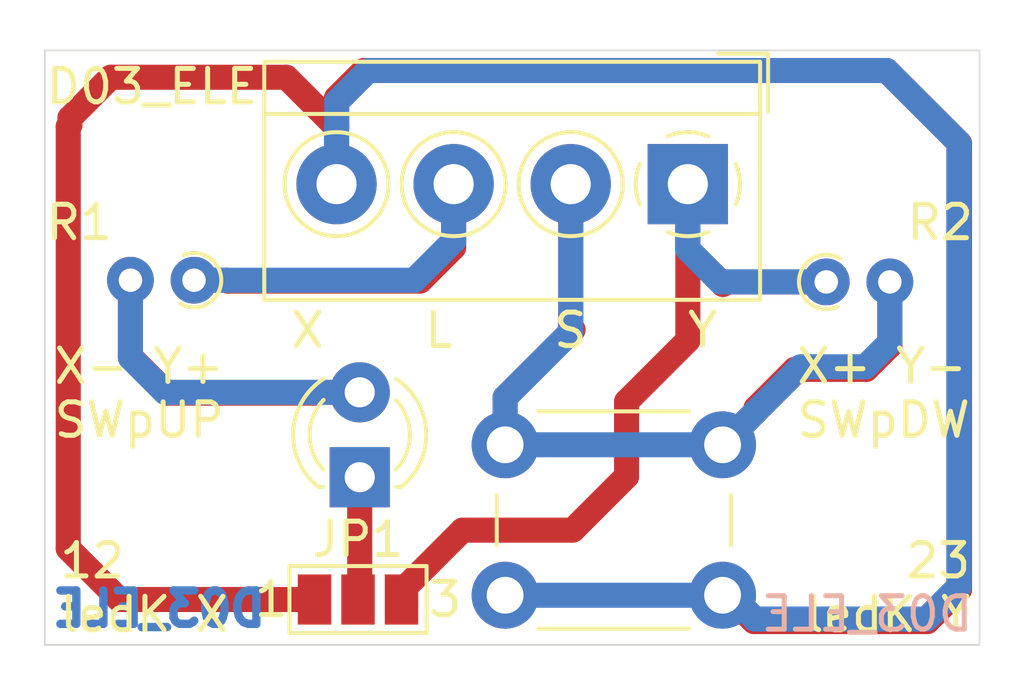
<source format=kicad_pcb>
(kicad_pcb (version 20171130) (host pcbnew 5.1.5-52549c5~86~ubuntu18.04.1)

  (general
    (thickness 1.6)
    (drawings 12)
    (tracks 80)
    (zones 0)
    (modules 10)
    (nets 7)
  )

  (page A4)
  (title_block
    (title "D03 ELECTRONIC")
    (company Galopago)
  )

  (layers
    (0 F.Cu signal)
    (31 B.Cu signal)
    (32 B.Adhes user)
    (33 F.Adhes user)
    (34 B.Paste user)
    (35 F.Paste user)
    (36 B.SilkS user)
    (37 F.SilkS user)
    (38 B.Mask user)
    (39 F.Mask user)
    (40 Dwgs.User user)
    (41 Cmts.User user)
    (42 Eco1.User user)
    (43 Eco2.User user)
    (44 Edge.Cuts user)
    (45 Margin user)
    (46 B.CrtYd user)
    (47 F.CrtYd user)
    (48 B.Fab user)
    (49 F.Fab user)
  )

  (setup
    (last_trace_width 0.75)
    (trace_clearance 0.2)
    (zone_clearance 0.508)
    (zone_45_only no)
    (trace_min 0.2)
    (via_size 0.8)
    (via_drill 0.4)
    (via_min_size 0.4)
    (via_min_drill 0.3)
    (uvia_size 0.3)
    (uvia_drill 0.1)
    (uvias_allowed no)
    (uvia_min_size 0.2)
    (uvia_min_drill 0.1)
    (edge_width 0.05)
    (segment_width 0.2)
    (pcb_text_width 0.3)
    (pcb_text_size 1.5 1.5)
    (mod_edge_width 0.12)
    (mod_text_size 1 1)
    (mod_text_width 0.15)
    (pad_size 3 3)
    (pad_drill 3)
    (pad_to_mask_clearance 0.051)
    (solder_mask_min_width 0.25)
    (aux_axis_origin 0 0)
    (visible_elements FFFFFF7F)
    (pcbplotparams
      (layerselection 0x010f0_ffffffff)
      (usegerberextensions false)
      (usegerberattributes false)
      (usegerberadvancedattributes false)
      (creategerberjobfile false)
      (excludeedgelayer true)
      (linewidth 0.100000)
      (plotframeref false)
      (viasonmask false)
      (mode 1)
      (useauxorigin false)
      (hpglpennumber 1)
      (hpglpenspeed 20)
      (hpglpendiameter 15.000000)
      (psnegative false)
      (psa4output false)
      (plotreference true)
      (plotvalue true)
      (plotinvisibletext false)
      (padsonsilk false)
      (subtractmaskfromsilk false)
      (outputformat 1)
      (mirror false)
      (drillshape 0)
      (scaleselection 1)
      (outputdirectory "gerber/single/"))
  )

  (net 0 "")
  (net 1 "Net-(J4-Pad4)")
  (net 2 "Net-(J4-Pad3)")
  (net 3 "Net-(J4-Pad2)")
  (net 4 "Net-(J4-Pad1)")
  (net 5 "Net-(D1-Pad2)")
  (net 6 "Net-(D1-Pad1)")

  (net_class Default "This is the default net class."
    (clearance 0.2)
    (trace_width 0.75)
    (via_dia 0.8)
    (via_drill 0.4)
    (uvia_dia 0.3)
    (uvia_drill 0.1)
    (add_net "Net-(D1-Pad1)")
    (add_net "Net-(D1-Pad2)")
    (add_net "Net-(J4-Pad1)")
    (add_net "Net-(J4-Pad2)")
    (add_net "Net-(J4-Pad3)")
    (add_net "Net-(J4-Pad4)")
  )

  (module Resistor_THT:R_Axial_DIN0204_L3.6mm_D1.6mm_P1.90mm_Vertical (layer F.Cu) (tedit 5AE5139B) (tstamp 5F6F05D3)
    (at 24.4602 26.8732 180)
    (descr "Resistor, Axial_DIN0204 series, Axial, Vertical, pin pitch=1.9mm, 0.167W, length*diameter=3.6*1.6mm^2, http://cdn-reichelt.de/documents/datenblatt/B400/1_4W%23YAG.pdf")
    (tags "Resistor Axial_DIN0204 series Axial Vertical pin pitch 1.9mm 0.167W length 3.6mm diameter 1.6mm")
    (path /5F748018)
    (fp_text reference R1 (at 3.429 1.7272) (layer F.SilkS)
      (effects (font (size 1 1) (thickness 0.15)))
    )
    (fp_text value R (at 0.95 1.92) (layer F.Fab)
      (effects (font (size 1 1) (thickness 0.15)))
    )
    (fp_text user %R (at 0.95 -1.92) (layer F.Fab)
      (effects (font (size 1 1) (thickness 0.15)))
    )
    (fp_line (start 2.86 -1.05) (end -1.05 -1.05) (layer F.CrtYd) (width 0.05))
    (fp_line (start 2.86 1.05) (end 2.86 -1.05) (layer F.CrtYd) (width 0.05))
    (fp_line (start -1.05 1.05) (end 2.86 1.05) (layer F.CrtYd) (width 0.05))
    (fp_line (start -1.05 -1.05) (end -1.05 1.05) (layer F.CrtYd) (width 0.05))
    (fp_line (start 0 0) (end 1.9 0) (layer F.Fab) (width 0.1))
    (fp_circle (center 0 0) (end 0.8 0) (layer F.Fab) (width 0.1))
    (fp_arc (start 0 0) (end 0.417133 -0.7) (angle -233.92106) (layer F.SilkS) (width 0.12))
    (pad 2 thru_hole oval (at 1.9 0 180) (size 1.4 1.4) (drill 0.7) (layers *.Cu *.Mask)
      (net 5 "Net-(D1-Pad2)"))
    (pad 1 thru_hole circle (at 0 0 180) (size 1.4 1.4) (drill 0.7) (layers *.Cu *.Mask)
      (net 2 "Net-(J4-Pad3)"))
    (model ${KISYS3DMOD}/Resistor_THT.3dshapes/R_Axial_DIN0204_L3.6mm_D1.6mm_P1.90mm_Vertical.wrl
      (at (xyz 0 0 0))
      (scale (xyz 1 1 1))
      (rotate (xyz 0 0 0))
    )
  )

  (module Resistor_THT:R_Axial_DIN0204_L3.6mm_D1.6mm_P1.90mm_Vertical (layer F.Cu) (tedit 5AE5139B) (tstamp 5F6F017D)
    (at 43.3578 26.924)
    (descr "Resistor, Axial_DIN0204 series, Axial, Vertical, pin pitch=1.9mm, 0.167W, length*diameter=3.6*1.6mm^2, http://cdn-reichelt.de/documents/datenblatt/B400/1_4W%23YAG.pdf")
    (tags "Resistor Axial_DIN0204 series Axial Vertical pin pitch 1.9mm 0.167W length 3.6mm diameter 1.6mm")
    (path /5F742AE3)
    (fp_text reference R2 (at 3.4036 -1.778) (layer F.SilkS)
      (effects (font (size 1 1) (thickness 0.15)))
    )
    (fp_text value R (at 0.95 1.92) (layer F.Fab)
      (effects (font (size 1 1) (thickness 0.15)))
    )
    (fp_text user %R (at 0.95 -1.92) (layer F.Fab)
      (effects (font (size 1 1) (thickness 0.15)))
    )
    (fp_line (start 2.86 -1.05) (end -1.05 -1.05) (layer F.CrtYd) (width 0.05))
    (fp_line (start 2.86 1.05) (end 2.86 -1.05) (layer F.CrtYd) (width 0.05))
    (fp_line (start -1.05 1.05) (end 2.86 1.05) (layer F.CrtYd) (width 0.05))
    (fp_line (start -1.05 -1.05) (end -1.05 1.05) (layer F.CrtYd) (width 0.05))
    (fp_line (start 0 0) (end 1.9 0) (layer F.Fab) (width 0.1))
    (fp_circle (center 0 0) (end 0.8 0) (layer F.Fab) (width 0.1))
    (fp_arc (start 0 0) (end 0.417133 -0.7) (angle -233.92106) (layer F.SilkS) (width 0.12))
    (pad 2 thru_hole oval (at 1.9 0) (size 1.4 1.4) (drill 0.7) (layers *.Cu *.Mask)
      (net 3 "Net-(J4-Pad2)"))
    (pad 1 thru_hole circle (at 0 0) (size 1.4 1.4) (drill 0.7) (layers *.Cu *.Mask)
      (net 4 "Net-(J4-Pad1)"))
    (model ${KISYS3DMOD}/Resistor_THT.3dshapes/R_Axial_DIN0204_L3.6mm_D1.6mm_P1.90mm_Vertical.wrl
      (at (xyz 0 0 0))
      (scale (xyz 1 1 1))
      (rotate (xyz 0 0 0))
    )
  )

  (module Jumper:SolderJumper-3_P1.3mm_Open_Pad1.0x1.5mm_NumberLabels (layer F.Cu) (tedit 5A3F6CCC) (tstamp 5F6EF869)
    (at 29.3624 36.4236)
    (descr "SMD Solder Jumper, 1x1.5mm Pads, 0.3mm gap, open, labeled with numbers")
    (tags "solder jumper open")
    (path /5F7528CF)
    (attr virtual)
    (fp_text reference JP1 (at 0 -1.8) (layer F.SilkS)
      (effects (font (size 1 1) (thickness 0.15)))
    )
    (fp_text value SolderJumper_3_Open (at 0 1.9) (layer F.Fab)
      (effects (font (size 1 1) (thickness 0.15)))
    )
    (fp_line (start 2.3 1.25) (end -2.3 1.25) (layer F.CrtYd) (width 0.05))
    (fp_line (start 2.3 1.25) (end 2.3 -1.25) (layer F.CrtYd) (width 0.05))
    (fp_line (start -2.3 -1.25) (end -2.3 1.25) (layer F.CrtYd) (width 0.05))
    (fp_line (start -2.3 -1.25) (end 2.3 -1.25) (layer F.CrtYd) (width 0.05))
    (fp_line (start -2.05 -1) (end 2.05 -1) (layer F.SilkS) (width 0.12))
    (fp_line (start 2.05 -1) (end 2.05 1) (layer F.SilkS) (width 0.12))
    (fp_line (start 2.05 1) (end -2.05 1) (layer F.SilkS) (width 0.12))
    (fp_line (start -2.05 1) (end -2.05 -1) (layer F.SilkS) (width 0.12))
    (fp_text user 1 (at -2.6 0) (layer F.SilkS)
      (effects (font (size 1 1) (thickness 0.15)))
    )
    (fp_text user 3 (at 2.6 0) (layer F.SilkS)
      (effects (font (size 1 1) (thickness 0.15)))
    )
    (pad 1 smd rect (at -1.3 0) (size 1 1.5) (layers F.Cu F.Mask)
      (net 1 "Net-(J4-Pad4)"))
    (pad 2 smd rect (at 0 0) (size 1 1.5) (layers F.Cu F.Mask)
      (net 6 "Net-(D1-Pad1)"))
    (pad 3 smd rect (at 1.3 0) (size 1 1.5) (layers F.Cu F.Mask)
      (net 4 "Net-(J4-Pad1)"))
  )

  (module LED_THT:LED_D3.0mm (layer F.Cu) (tedit 587A3A7B) (tstamp 5F6EE73F)
    (at 29.4132 32.766 90)
    (descr "LED, diameter 3.0mm, 2 pins")
    (tags "LED diameter 3.0mm 2 pins")
    (path /5F746E63)
    (fp_text reference D1 (at 1.27 -2.96 90) (layer F.SilkS) hide
      (effects (font (size 1 1) (thickness 0.15)))
    )
    (fp_text value LED (at 1.27 2.96 90) (layer F.Fab)
      (effects (font (size 1 1) (thickness 0.15)))
    )
    (fp_line (start 3.7 -2.25) (end -1.15 -2.25) (layer F.CrtYd) (width 0.05))
    (fp_line (start 3.7 2.25) (end 3.7 -2.25) (layer F.CrtYd) (width 0.05))
    (fp_line (start -1.15 2.25) (end 3.7 2.25) (layer F.CrtYd) (width 0.05))
    (fp_line (start -1.15 -2.25) (end -1.15 2.25) (layer F.CrtYd) (width 0.05))
    (fp_line (start -0.29 1.08) (end -0.29 1.236) (layer F.SilkS) (width 0.12))
    (fp_line (start -0.29 -1.236) (end -0.29 -1.08) (layer F.SilkS) (width 0.12))
    (fp_line (start -0.23 -1.16619) (end -0.23 1.16619) (layer F.Fab) (width 0.1))
    (fp_circle (center 1.27 0) (end 2.77 0) (layer F.Fab) (width 0.1))
    (fp_arc (start 1.27 0) (end 0.229039 1.08) (angle -87.9) (layer F.SilkS) (width 0.12))
    (fp_arc (start 1.27 0) (end 0.229039 -1.08) (angle 87.9) (layer F.SilkS) (width 0.12))
    (fp_arc (start 1.27 0) (end -0.29 1.235516) (angle -108.8) (layer F.SilkS) (width 0.12))
    (fp_arc (start 1.27 0) (end -0.29 -1.235516) (angle 108.8) (layer F.SilkS) (width 0.12))
    (fp_arc (start 1.27 0) (end -0.23 -1.16619) (angle 284.3) (layer F.Fab) (width 0.1))
    (pad 2 thru_hole circle (at 2.54 0 90) (size 1.8 1.8) (drill 0.9) (layers *.Cu *.Mask)
      (net 5 "Net-(D1-Pad2)"))
    (pad 1 thru_hole rect (at 0 0 90) (size 1.8 1.8) (drill 0.9) (layers *.Cu *.Mask)
      (net 6 "Net-(D1-Pad1)"))
    (model ${KISYS3DMOD}/LED_THT.3dshapes/LED_D3.0mm.wrl
      (at (xyz 0 0 0))
      (scale (xyz 1 1 1))
      (rotate (xyz 0 0 0))
    )
  )

  (module TerminalBlock_4Ucon:TerminalBlock_4Ucon_1x04_P3.50mm_Horizontal (layer F.Cu) (tedit 5B294E91) (tstamp 5F6EC19B)
    (at 39.22 24 180)
    (descr "Terminal Block 4Ucon ItemNo. 20001, 4 pins, pitch 3.5mm, size 14.7x7mm^2, drill diamater 1.2mm, pad diameter 2.4mm, see http://www.4uconnector.com/online/object/4udrawing/20001.pdf, script-generated using https://github.com/pointhi/kicad-footprint-generator/scripts/TerminalBlock_4Ucon")
    (tags "THT Terminal Block 4Ucon ItemNo. 20001 pitch 3.5mm size 14.7x7mm^2 drill 1.2mm pad 2.4mm")
    (path /5F707F72)
    (fp_text reference J4 (at 5.25 -4.46) (layer F.SilkS) hide
      (effects (font (size 1 1) (thickness 0.15)))
    )
    (fp_text value Conn_01x04_Female (at 5.25 4.66) (layer F.Fab)
      (effects (font (size 1 1) (thickness 0.15)))
    )
    (fp_text user %R (at 5.25 2.9) (layer F.Fab)
      (effects (font (size 1 1) (thickness 0.15)))
    )
    (fp_line (start 13.1 -3.9) (end -2.6 -3.9) (layer F.CrtYd) (width 0.05))
    (fp_line (start 13.1 4.1) (end 13.1 -3.9) (layer F.CrtYd) (width 0.05))
    (fp_line (start -2.6 4.1) (end 13.1 4.1) (layer F.CrtYd) (width 0.05))
    (fp_line (start -2.6 -3.9) (end -2.6 4.1) (layer F.CrtYd) (width 0.05))
    (fp_line (start -2.4 3.9) (end -0.9 3.9) (layer F.SilkS) (width 0.12))
    (fp_line (start -2.4 2.16) (end -2.4 3.9) (layer F.SilkS) (width 0.12))
    (fp_line (start 9.4 0.069) (end 9.4 -0.069) (layer F.Fab) (width 0.1))
    (fp_line (start 10.431 0.069) (end 9.4 0.069) (layer F.Fab) (width 0.1))
    (fp_line (start 10.431 1.1) (end 10.431 0.069) (layer F.Fab) (width 0.1))
    (fp_line (start 10.569 1.1) (end 10.431 1.1) (layer F.Fab) (width 0.1))
    (fp_line (start 10.569 0.069) (end 10.569 1.1) (layer F.Fab) (width 0.1))
    (fp_line (start 11.6 0.069) (end 10.569 0.069) (layer F.Fab) (width 0.1))
    (fp_line (start 11.6 -0.069) (end 11.6 0.069) (layer F.Fab) (width 0.1))
    (fp_line (start 10.569 -0.069) (end 11.6 -0.069) (layer F.Fab) (width 0.1))
    (fp_line (start 10.569 -1.1) (end 10.569 -0.069) (layer F.Fab) (width 0.1))
    (fp_line (start 10.431 -1.1) (end 10.569 -1.1) (layer F.Fab) (width 0.1))
    (fp_line (start 10.431 -0.069) (end 10.431 -1.1) (layer F.Fab) (width 0.1))
    (fp_line (start 9.4 -0.069) (end 10.431 -0.069) (layer F.Fab) (width 0.1))
    (fp_line (start 5.9 0.069) (end 5.9 -0.069) (layer F.Fab) (width 0.1))
    (fp_line (start 6.931 0.069) (end 5.9 0.069) (layer F.Fab) (width 0.1))
    (fp_line (start 6.931 1.1) (end 6.931 0.069) (layer F.Fab) (width 0.1))
    (fp_line (start 7.069 1.1) (end 6.931 1.1) (layer F.Fab) (width 0.1))
    (fp_line (start 7.069 0.069) (end 7.069 1.1) (layer F.Fab) (width 0.1))
    (fp_line (start 8.1 0.069) (end 7.069 0.069) (layer F.Fab) (width 0.1))
    (fp_line (start 8.1 -0.069) (end 8.1 0.069) (layer F.Fab) (width 0.1))
    (fp_line (start 7.069 -0.069) (end 8.1 -0.069) (layer F.Fab) (width 0.1))
    (fp_line (start 7.069 -1.1) (end 7.069 -0.069) (layer F.Fab) (width 0.1))
    (fp_line (start 6.931 -1.1) (end 7.069 -1.1) (layer F.Fab) (width 0.1))
    (fp_line (start 6.931 -0.069) (end 6.931 -1.1) (layer F.Fab) (width 0.1))
    (fp_line (start 5.9 -0.069) (end 6.931 -0.069) (layer F.Fab) (width 0.1))
    (fp_line (start 2.4 0.069) (end 2.4 -0.069) (layer F.Fab) (width 0.1))
    (fp_line (start 3.431 0.069) (end 2.4 0.069) (layer F.Fab) (width 0.1))
    (fp_line (start 3.431 1.1) (end 3.431 0.069) (layer F.Fab) (width 0.1))
    (fp_line (start 3.569 1.1) (end 3.431 1.1) (layer F.Fab) (width 0.1))
    (fp_line (start 3.569 0.069) (end 3.569 1.1) (layer F.Fab) (width 0.1))
    (fp_line (start 4.6 0.069) (end 3.569 0.069) (layer F.Fab) (width 0.1))
    (fp_line (start 4.6 -0.069) (end 4.6 0.069) (layer F.Fab) (width 0.1))
    (fp_line (start 3.569 -0.069) (end 4.6 -0.069) (layer F.Fab) (width 0.1))
    (fp_line (start 3.569 -1.1) (end 3.569 -0.069) (layer F.Fab) (width 0.1))
    (fp_line (start 3.431 -1.1) (end 3.569 -1.1) (layer F.Fab) (width 0.1))
    (fp_line (start 3.431 -0.069) (end 3.431 -1.1) (layer F.Fab) (width 0.1))
    (fp_line (start 2.4 -0.069) (end 3.431 -0.069) (layer F.Fab) (width 0.1))
    (fp_line (start -1.1 0.069) (end -1.1 -0.069) (layer F.Fab) (width 0.1))
    (fp_line (start -0.069 0.069) (end -1.1 0.069) (layer F.Fab) (width 0.1))
    (fp_line (start -0.069 1.1) (end -0.069 0.069) (layer F.Fab) (width 0.1))
    (fp_line (start 0.069 1.1) (end -0.069 1.1) (layer F.Fab) (width 0.1))
    (fp_line (start 0.069 0.069) (end 0.069 1.1) (layer F.Fab) (width 0.1))
    (fp_line (start 1.1 0.069) (end 0.069 0.069) (layer F.Fab) (width 0.1))
    (fp_line (start 1.1 -0.069) (end 1.1 0.069) (layer F.Fab) (width 0.1))
    (fp_line (start 0.069 -0.069) (end 1.1 -0.069) (layer F.Fab) (width 0.1))
    (fp_line (start 0.069 -1.1) (end 0.069 -0.069) (layer F.Fab) (width 0.1))
    (fp_line (start -0.069 -1.1) (end 0.069 -1.1) (layer F.Fab) (width 0.1))
    (fp_line (start -0.069 -0.069) (end -0.069 -1.1) (layer F.Fab) (width 0.1))
    (fp_line (start -1.1 -0.069) (end -0.069 -0.069) (layer F.Fab) (width 0.1))
    (fp_line (start 12.66 -3.46) (end 12.66 3.66) (layer F.SilkS) (width 0.12))
    (fp_line (start -2.16 -3.46) (end -2.16 3.66) (layer F.SilkS) (width 0.12))
    (fp_line (start -2.16 3.66) (end 12.66 3.66) (layer F.SilkS) (width 0.12))
    (fp_line (start -2.16 -3.46) (end 12.66 -3.46) (layer F.SilkS) (width 0.12))
    (fp_line (start -2.16 2.1) (end 12.66 2.1) (layer F.SilkS) (width 0.12))
    (fp_line (start -2.1 2.1) (end 12.6 2.1) (layer F.Fab) (width 0.1))
    (fp_line (start -2.1 2.1) (end -2.1 -3.4) (layer F.Fab) (width 0.1))
    (fp_line (start -0.6 3.6) (end -2.1 2.1) (layer F.Fab) (width 0.1))
    (fp_line (start 12.6 3.6) (end -0.6 3.6) (layer F.Fab) (width 0.1))
    (fp_line (start 12.6 -3.4) (end 12.6 3.6) (layer F.Fab) (width 0.1))
    (fp_line (start -2.1 -3.4) (end 12.6 -3.4) (layer F.Fab) (width 0.1))
    (fp_circle (center 10.5 0) (end 12.055 0) (layer F.SilkS) (width 0.12))
    (fp_circle (center 10.5 0) (end 11.875 0) (layer F.Fab) (width 0.1))
    (fp_circle (center 7 0) (end 8.555 0) (layer F.SilkS) (width 0.12))
    (fp_circle (center 7 0) (end 8.375 0) (layer F.Fab) (width 0.1))
    (fp_circle (center 3.5 0) (end 5.055 0) (layer F.SilkS) (width 0.12))
    (fp_circle (center 3.5 0) (end 4.875 0) (layer F.Fab) (width 0.1))
    (fp_circle (center 0 0) (end 1.375 0) (layer F.Fab) (width 0.1))
    (fp_arc (start 0 0) (end -0.608 1.432) (angle -24) (layer F.SilkS) (width 0.12))
    (fp_arc (start 0 0) (end -1.432 -0.608) (angle -46) (layer F.SilkS) (width 0.12))
    (fp_arc (start 0 0) (end 0.608 -1.432) (angle -46) (layer F.SilkS) (width 0.12))
    (fp_arc (start 0 0) (end 1.432 0.608) (angle -46) (layer F.SilkS) (width 0.12))
    (fp_arc (start 0 0) (end 0 1.555) (angle -23) (layer F.SilkS) (width 0.12))
    (pad 4 thru_hole circle (at 10.5 0 180) (size 2.4 2.4) (drill 1.2) (layers *.Cu *.Mask)
      (net 1 "Net-(J4-Pad4)"))
    (pad 3 thru_hole circle (at 7 0 180) (size 2.4 2.4) (drill 1.2) (layers *.Cu *.Mask)
      (net 2 "Net-(J4-Pad3)"))
    (pad 2 thru_hole circle (at 3.5 0 180) (size 2.4 2.4) (drill 1.2) (layers *.Cu *.Mask)
      (net 3 "Net-(J4-Pad2)"))
    (pad 1 thru_hole rect (at 0 0 180) (size 2.4 2.4) (drill 1.2) (layers *.Cu *.Mask)
      (net 4 "Net-(J4-Pad1)"))
    (model ${KISYS3DMOD}/TerminalBlock_4Ucon.3dshapes/TerminalBlock_4Ucon_1x04_P3.50mm_Horizontal.wrl
      (at (xyz 0 0 0))
      (scale (xyz 1 1 1))
      (rotate (xyz 0 0 0))
    )
  )

  (module Button_Switch_THT:SW_PUSH_6mm (layer F.Cu) (tedit 5A02FE31) (tstamp 5F6EA6FD)
    (at 40.259 36.2966 180)
    (descr https://www.omron.com/ecb/products/pdf/en-b3f.pdf)
    (tags "tact sw push 6mm")
    (path /5F6E5D41)
    (fp_text reference SW1 (at 3.25 -2) (layer F.SilkS) hide
      (effects (font (size 1 1) (thickness 0.15)))
    )
    (fp_text value SW_Push (at 3.75 6.7) (layer F.Fab)
      (effects (font (size 1 1) (thickness 0.15)))
    )
    (fp_circle (center 3.25 2.25) (end 1.25 2.5) (layer F.Fab) (width 0.1))
    (fp_line (start 6.75 3) (end 6.75 1.5) (layer F.SilkS) (width 0.12))
    (fp_line (start 5.5 -1) (end 1 -1) (layer F.SilkS) (width 0.12))
    (fp_line (start -0.25 1.5) (end -0.25 3) (layer F.SilkS) (width 0.12))
    (fp_line (start 1 5.5) (end 5.5 5.5) (layer F.SilkS) (width 0.12))
    (fp_line (start 8 -1.25) (end 8 5.75) (layer F.CrtYd) (width 0.05))
    (fp_line (start 7.75 6) (end -1.25 6) (layer F.CrtYd) (width 0.05))
    (fp_line (start -1.5 5.75) (end -1.5 -1.25) (layer F.CrtYd) (width 0.05))
    (fp_line (start -1.25 -1.5) (end 7.75 -1.5) (layer F.CrtYd) (width 0.05))
    (fp_line (start -1.5 6) (end -1.25 6) (layer F.CrtYd) (width 0.05))
    (fp_line (start -1.5 5.75) (end -1.5 6) (layer F.CrtYd) (width 0.05))
    (fp_line (start -1.5 -1.5) (end -1.25 -1.5) (layer F.CrtYd) (width 0.05))
    (fp_line (start -1.5 -1.25) (end -1.5 -1.5) (layer F.CrtYd) (width 0.05))
    (fp_line (start 8 -1.5) (end 8 -1.25) (layer F.CrtYd) (width 0.05))
    (fp_line (start 7.75 -1.5) (end 8 -1.5) (layer F.CrtYd) (width 0.05))
    (fp_line (start 8 6) (end 8 5.75) (layer F.CrtYd) (width 0.05))
    (fp_line (start 7.75 6) (end 8 6) (layer F.CrtYd) (width 0.05))
    (fp_line (start 0.25 -0.75) (end 3.25 -0.75) (layer F.Fab) (width 0.1))
    (fp_line (start 0.25 5.25) (end 0.25 -0.75) (layer F.Fab) (width 0.1))
    (fp_line (start 6.25 5.25) (end 0.25 5.25) (layer F.Fab) (width 0.1))
    (fp_line (start 6.25 -0.75) (end 6.25 5.25) (layer F.Fab) (width 0.1))
    (fp_line (start 3.25 -0.75) (end 6.25 -0.75) (layer F.Fab) (width 0.1))
    (fp_text user %R (at 3.25 2.25) (layer F.Fab)
      (effects (font (size 1 1) (thickness 0.15)))
    )
    (pad 1 thru_hole circle (at 6.5 0 270) (size 2 2) (drill 1.1) (layers *.Cu *.Mask)
      (net 1 "Net-(J4-Pad4)"))
    (pad 2 thru_hole circle (at 6.5 4.5 270) (size 2 2) (drill 1.1) (layers *.Cu *.Mask)
      (net 3 "Net-(J4-Pad2)"))
    (pad 1 thru_hole circle (at 0 0 270) (size 2 2) (drill 1.1) (layers *.Cu *.Mask)
      (net 1 "Net-(J4-Pad4)"))
    (pad 2 thru_hole circle (at 0 4.5 270) (size 2 2) (drill 1.1) (layers *.Cu *.Mask)
      (net 3 "Net-(J4-Pad2)"))
    (model ${KISYS3DMOD}/Button_Switch_THT.3dshapes/SW_PUSH_6mm.wrl
      (at (xyz 0 0 0))
      (scale (xyz 1 1 1))
      (rotate (xyz 0 0 0))
    )
  )

  (module MountingHole:MountingHole_3mm (layer F.Cu) (tedit 56D1B4CB) (tstamp 5F35EB39)
    (at 44.13 33.97)
    (descr "Mounting Hole 3mm, no annular")
    (tags "mounting hole 3mm no annular")
    (path /5F32D584)
    (attr virtual)
    (fp_text reference HB2 (at 0 -4) (layer F.SilkS) hide
      (effects (font (size 1 1) (thickness 0.15)))
    )
    (fp_text value MountingHole (at 0 4) (layer F.Fab)
      (effects (font (size 1 1) (thickness 0.15)))
    )
    (fp_circle (center 0 0) (end 3.25 0) (layer F.CrtYd) (width 0.05))
    (fp_circle (center 0 0) (end 3 0) (layer Cmts.User) (width 0.15))
    (fp_text user %R (at 0.3 0) (layer F.Fab)
      (effects (font (size 1 1) (thickness 0.15)))
    )
    (pad 1 np_thru_hole circle (at 0 0) (size 3 3) (drill 3) (layers *.Cu *.Mask))
  )

  (module MountingHole:MountingHole_3mm (layer F.Cu) (tedit 56D1B4CB) (tstamp 5F35EB29)
    (at 23.81 33.97)
    (descr "Mounting Hole 3mm, no annular")
    (tags "mounting hole 3mm no annular")
    (path /5F3277F5)
    (attr virtual)
    (fp_text reference HB0 (at 0 -4) (layer F.SilkS) hide
      (effects (font (size 1 1) (thickness 0.15)))
    )
    (fp_text value MountingHole (at 0 4) (layer F.Fab)
      (effects (font (size 1 1) (thickness 0.15)))
    )
    (fp_circle (center 0 0) (end 3.25 0) (layer F.CrtYd) (width 0.05))
    (fp_circle (center 0 0) (end 3 0) (layer Cmts.User) (width 0.15))
    (fp_text user %R (at 0.3 0) (layer F.Fab)
      (effects (font (size 1 1) (thickness 0.15)))
    )
    (pad 1 np_thru_hole circle (at 0 0) (size 3 3) (drill 3) (layers *.Cu *.Mask))
  )

  (module MountingHole:MountingHole_3mm (layer F.Cu) (tedit 56D1B4CB) (tstamp 5F35EAB1)
    (at 44.13 23.81)
    (descr "Mounting Hole 3mm, no annular")
    (tags "mounting hole 3mm no annular")
    (path /5F324FC8)
    (attr virtual)
    (fp_text reference HA2 (at 0 -4) (layer F.SilkS) hide
      (effects (font (size 1 1) (thickness 0.15)))
    )
    (fp_text value MountingHole (at 0 4) (layer F.Fab)
      (effects (font (size 1 1) (thickness 0.15)))
    )
    (fp_circle (center 0 0) (end 3.25 0) (layer F.CrtYd) (width 0.05))
    (fp_circle (center 0 0) (end 3 0) (layer Cmts.User) (width 0.15))
    (fp_text user %R (at 0.3 0) (layer F.Fab)
      (effects (font (size 1 1) (thickness 0.15)))
    )
    (pad 1 np_thru_hole circle (at 0 0) (size 3 3) (drill 3) (layers *.Cu *.Mask))
  )

  (module MountingHole:MountingHole_3mm (layer F.Cu) (tedit 56D1B4CB) (tstamp 5F35EAA1)
    (at 23.81 23.81)
    (descr "Mounting Hole 3mm, no annular")
    (tags "mounting hole 3mm no annular")
    (path /5F323A1B)
    (attr virtual)
    (fp_text reference HA0 (at 0 -4) (layer F.SilkS) hide
      (effects (font (size 1 1) (thickness 0.15)))
    )
    (fp_text value MountingHole (at 0 4) (layer F.Fab)
      (effects (font (size 1 1) (thickness 0.15)))
    )
    (fp_circle (center 0 0) (end 3.25 0) (layer F.CrtYd) (width 0.05))
    (fp_circle (center 0 0) (end 3 0) (layer Cmts.User) (width 0.15))
    (fp_text user %R (at 0.3 0) (layer F.Fab)
      (effects (font (size 1 1) (thickness 0.15)))
    )
    (pad 1 np_thru_hole circle (at 0 0) (size 3 3) (drill 3) (layers *.Cu *.Mask))
  )

  (gr_text D03_ELE (at 23.4188 36.703) (layer B.Cu)
    (effects (font (size 1 1) (thickness 0.25)) (justify mirror))
  )
  (gr_text D03_ELE (at 44.577 36.8554) (layer B.SilkS) (tstamp 5F6E7500)
    (effects (font (size 1 1) (thickness 0.15)) (justify mirror))
  )
  (gr_text D03_ELE (at 23.2 21.082) (layer F.SilkS)
    (effects (font (size 1 1) (thickness 0.15)))
  )
  (gr_text "23\nledK Y" (at 47.752 36.068) (layer F.SilkS) (tstamp 5F6E6CA9)
    (effects (font (size 1 1) (thickness 0.15)) (justify right))
  )
  (gr_text "12 \nledK X" (at 20.3708 36.068) (layer F.SilkS) (tstamp 5F6E6C7A)
    (effects (font (size 1 1) (thickness 0.15)) (justify left))
  )
  (gr_text "X+ Y- \nSWpDW" (at 42.4 30.2514) (layer F.SilkS) (tstamp 5F6E6BD7)
    (effects (font (size 1 1) (thickness 0.15)) (justify left))
  )
  (gr_text "X- Y+\nSWpUP\n" (at 20.2 30.2514) (layer F.SilkS) (tstamp 5F6E6B76)
    (effects (font (size 1 1) (thickness 0.15)) (justify left))
  )
  (gr_text "X    L    S    Y" (at 33.7312 28.3718) (layer F.SilkS)
    (effects (font (size 1 1) (thickness 0.15)))
  )
  (gr_line (start 47.94 20) (end 47.94 37.78) (layer Edge.Cuts) (width 0.05))
  (gr_line (start 20 37.78) (end 47.94 37.78) (layer Edge.Cuts) (width 0.05))
  (gr_line (start 20 20) (end 47.94 20) (layer Edge.Cuts) (width 0.05))
  (gr_line (start 20 20) (end 20 37.78) (layer Edge.Cuts) (width 0.05))

  (segment (start 40.259 36.2966) (end 40.4114 36.2966) (width 0.75) (layer F.Cu) (net 1))
  (segment (start 40.4114 36.2966) (end 41.1988 37.084) (width 0.75) (layer F.Cu) (net 1))
  (segment (start 46.3804 37.084) (end 47.33999 36.12441) (width 0.75) (layer F.Cu) (net 1))
  (segment (start 41.1988 37.084) (end 46.3804 37.084) (width 0.75) (layer F.Cu) (net 1))
  (segment (start 47.33999 36.12441) (end 47.33999 22.77819) (width 0.75) (layer F.Cu) (net 1))
  (segment (start 47.33999 22.77819) (end 45.16181 20.60001) (width 0.75) (layer F.Cu) (net 1))
  (segment (start 45.16181 20.60001) (end 29.53959 20.60001) (width 0.75) (layer F.Cu) (net 1))
  (segment (start 28.72 21.4196) (end 28.72 24) (width 0.75) (layer F.Cu) (net 1))
  (segment (start 29.53959 20.60001) (end 28.72 21.4196) (width 0.75) (layer F.Cu) (net 1))
  (segment (start 20.701 34.8996) (end 22.225 36.4236) (width 0.75) (layer F.Cu) (net 1))
  (segment (start 22.225 36.4236) (end 28.0624 36.4236) (width 0.75) (layer F.Cu) (net 1))
  (segment (start 20.701 22.2758) (end 20.701 34.8996) (width 0.75) (layer F.Cu) (net 1))
  (segment (start 28.72 22.302944) (end 27.219656 20.8026) (width 0.75) (layer F.Cu) (net 1))
  (segment (start 28.72 24) (end 28.72 22.302944) (width 0.75) (layer F.Cu) (net 1))
  (segment (start 27.219656 20.8026) (end 21.971 20.8026) (width 0.75) (layer F.Cu) (net 1))
  (segment (start 21.971 20.8026) (end 20.7518 22.0218) (width 0.75) (layer F.Cu) (net 1))
  (segment (start 20.7518 22.0218) (end 20.7518 22.225) (width 0.75) (layer F.Cu) (net 1))
  (segment (start 20.7518 22.225) (end 20.701 22.2758) (width 0.75) (layer F.Cu) (net 1))
  (segment (start 33.759 36.2966) (end 40.259 36.2966) (width 0.75) (layer B.Cu) (net 1))
  (segment (start 28.72 22.302944) (end 28.7274 22.295544) (width 0.75) (layer B.Cu) (net 1))
  (segment (start 28.72 24) (end 28.72 22.302944) (width 0.75) (layer B.Cu) (net 1))
  (segment (start 28.7274 22.295544) (end 28.7274 21.5392) (width 0.75) (layer B.Cu) (net 1))
  (segment (start 28.7274 21.5392) (end 29.66659 20.60001) (width 0.75) (layer B.Cu) (net 1))
  (segment (start 29.66659 20.60001) (end 45.16181 20.60001) (width 0.75) (layer B.Cu) (net 1))
  (segment (start 45.16181 20.60001) (end 47.3202 22.7584) (width 0.75) (layer B.Cu) (net 1))
  (segment (start 47.3202 22.7584) (end 47.3202 36.0426) (width 0.75) (layer B.Cu) (net 1))
  (segment (start 47.3202 36.0426) (end 46.355 37.0078) (width 0.75) (layer B.Cu) (net 1))
  (segment (start 46.355 37.0078) (end 41.2242 37.0078) (width 0.75) (layer B.Cu) (net 1))
  (segment (start 40.513 36.2966) (end 40.259 36.2966) (width 0.75) (layer B.Cu) (net 1))
  (segment (start 41.2242 37.0078) (end 40.513 36.2966) (width 0.75) (layer B.Cu) (net 1))
  (segment (start 25.450149 26.8732) (end 25.475549 26.8986) (width 0.75) (layer F.Cu) (net 2))
  (segment (start 24.4602 26.8732) (end 25.450149 26.8732) (width 0.75) (layer F.Cu) (net 2))
  (segment (start 25.475549 26.8986) (end 31.2166 26.8986) (width 0.75) (layer F.Cu) (net 2))
  (segment (start 32.22 25.8952) (end 32.22 24) (width 0.75) (layer F.Cu) (net 2))
  (segment (start 31.2166 26.8986) (end 32.22 25.8952) (width 0.75) (layer F.Cu) (net 2))
  (segment (start 31.043856 26.8732) (end 24.4602 26.8732) (width 0.75) (layer B.Cu) (net 2))
  (segment (start 32.22 24) (end 32.22 25.697056) (width 0.75) (layer B.Cu) (net 2))
  (segment (start 32.22 25.697056) (end 31.043856 26.8732) (width 0.75) (layer B.Cu) (net 2))
  (segment (start 41.258999 30.796601) (end 41.258999 30.699201) (width 0.75) (layer F.Cu) (net 3))
  (segment (start 40.259 31.7966) (end 41.258999 30.796601) (width 0.75) (layer F.Cu) (net 3))
  (segment (start 41.258999 30.699201) (end 42.418 29.5402) (width 0.75) (layer F.Cu) (net 3))
  (segment (start 42.418 29.5402) (end 44.5516 29.5402) (width 0.75) (layer F.Cu) (net 3))
  (segment (start 45.2578 28.834) (end 45.2578 26.924) (width 0.75) (layer F.Cu) (net 3))
  (segment (start 44.5516 29.5402) (end 45.2578 28.834) (width 0.75) (layer F.Cu) (net 3))
  (segment (start 33.759 30.382387) (end 35.7886 28.352787) (width 0.75) (layer F.Cu) (net 3))
  (segment (start 33.759 31.7966) (end 33.759 30.382387) (width 0.75) (layer F.Cu) (net 3))
  (segment (start 35.72 28.284187) (end 35.72 24) (width 0.75) (layer F.Cu) (net 3))
  (segment (start 35.7886 28.352787) (end 35.72 28.284187) (width 0.75) (layer F.Cu) (net 3))
  (segment (start 33.759 31.7966) (end 40.259 31.7966) (width 0.75) (layer B.Cu) (net 3))
  (segment (start 35.72 28.421387) (end 35.72 24) (width 0.75) (layer B.Cu) (net 3))
  (segment (start 33.759 31.7966) (end 33.759 30.382387) (width 0.75) (layer B.Cu) (net 3))
  (segment (start 33.759 30.382387) (end 35.72 28.421387) (width 0.75) (layer B.Cu) (net 3))
  (segment (start 45.2578 26.924) (end 45.2578 28.7324) (width 0.75) (layer B.Cu) (net 3))
  (segment (start 45.2578 28.7324) (end 44.5262 29.464) (width 0.75) (layer B.Cu) (net 3))
  (segment (start 42.5916 29.464) (end 40.259 31.7966) (width 0.75) (layer B.Cu) (net 3))
  (segment (start 44.5262 29.464) (end 42.5916 29.464) (width 0.75) (layer B.Cu) (net 3))
  (segment (start 39.22 25.95) (end 40.2702 27.0002) (width 0.75) (layer F.Cu) (net 4))
  (segment (start 39.22 24) (end 39.22 25.95) (width 0.75) (layer F.Cu) (net 4))
  (segment (start 40.3464 26.924) (end 43.3578 26.924) (width 0.75) (layer F.Cu) (net 4))
  (segment (start 40.2702 27.0002) (end 40.3464 26.924) (width 0.75) (layer F.Cu) (net 4))
  (segment (start 30.6624 36.1736) (end 32.4866 34.3494) (width 0.75) (layer F.Cu) (net 4))
  (segment (start 30.6624 36.4236) (end 30.6624 36.1736) (width 0.75) (layer F.Cu) (net 4))
  (segment (start 32.4866 34.3494) (end 35.78 34.3494) (width 0.75) (layer F.Cu) (net 4))
  (segment (start 35.78 34.3494) (end 37.3888 32.7406) (width 0.75) (layer F.Cu) (net 4))
  (segment (start 37.3888 32.7406) (end 37.3888 30.5054) (width 0.75) (layer F.Cu) (net 4))
  (segment (start 39.22 28.6742) (end 39.22 24) (width 0.75) (layer F.Cu) (net 4))
  (segment (start 37.3888 30.5054) (end 39.22 28.6742) (width 0.75) (layer F.Cu) (net 4))
  (segment (start 39.22 25.95) (end 40.194 26.924) (width 0.75) (layer B.Cu) (net 4))
  (segment (start 39.22 24) (end 39.22 25.95) (width 0.75) (layer B.Cu) (net 4))
  (segment (start 40.194 26.924) (end 43.3578 26.924) (width 0.75) (layer B.Cu) (net 4))
  (segment (start 28.140408 30.226) (end 28.115008 30.2514) (width 0.75) (layer F.Cu) (net 5))
  (segment (start 29.4132 30.226) (end 28.140408 30.226) (width 0.75) (layer F.Cu) (net 5))
  (segment (start 28.115008 30.2514) (end 23.6474 30.2514) (width 0.75) (layer F.Cu) (net 5))
  (segment (start 22.5602 29.1642) (end 22.5602 26.8732) (width 0.75) (layer F.Cu) (net 5))
  (segment (start 23.6474 30.2514) (end 22.5602 29.1642) (width 0.75) (layer F.Cu) (net 5))
  (segment (start 29.4132 30.226) (end 23.5966 30.226) (width 0.75) (layer B.Cu) (net 5))
  (segment (start 22.5602 29.1896) (end 22.5602 26.8732) (width 0.75) (layer B.Cu) (net 5))
  (segment (start 23.5966 30.226) (end 22.5602 29.1896) (width 0.75) (layer B.Cu) (net 5))
  (segment (start 29.4132 36.3728) (end 29.3624 36.4236) (width 0.75) (layer F.Cu) (net 6))
  (segment (start 29.4132 32.766) (end 29.4132 36.3728) (width 0.75) (layer F.Cu) (net 6))

)

</source>
